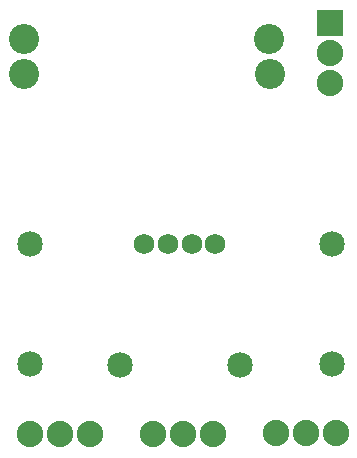
<source format=gbs>
G04 MADE WITH FRITZING*
G04 WWW.FRITZING.ORG*
G04 DOUBLE SIDED*
G04 HOLES PLATED*
G04 CONTOUR ON CENTER OF CONTOUR VECTOR*
%ASAXBY*%
%FSLAX23Y23*%
%MOIN*%
%OFA0B0*%
%SFA1.0B1.0*%
%ADD10C,0.088000*%
%ADD11C,0.085000*%
%ADD12C,0.069055*%
%ADD13C,0.100551*%
%ADD14R,0.088000X0.088000*%
%LNMASK0*%
G90*
G70*
G54D10*
X1143Y1542D03*
X1143Y1442D03*
X1143Y1342D03*
G54D11*
X1151Y807D03*
X1151Y407D03*
X444Y405D03*
X844Y405D03*
X143Y807D03*
X143Y407D03*
G54D10*
X1163Y176D03*
X1063Y176D03*
X963Y176D03*
G54D12*
X762Y806D03*
X684Y806D03*
X605Y806D03*
X526Y806D03*
G54D10*
X756Y174D03*
X656Y174D03*
X556Y174D03*
X345Y174D03*
X245Y174D03*
X145Y174D03*
G54D13*
X943Y1372D03*
X942Y1491D03*
X124Y1372D03*
X123Y1491D03*
G54D14*
X1143Y1542D03*
G04 End of Mask0*
M02*
</source>
